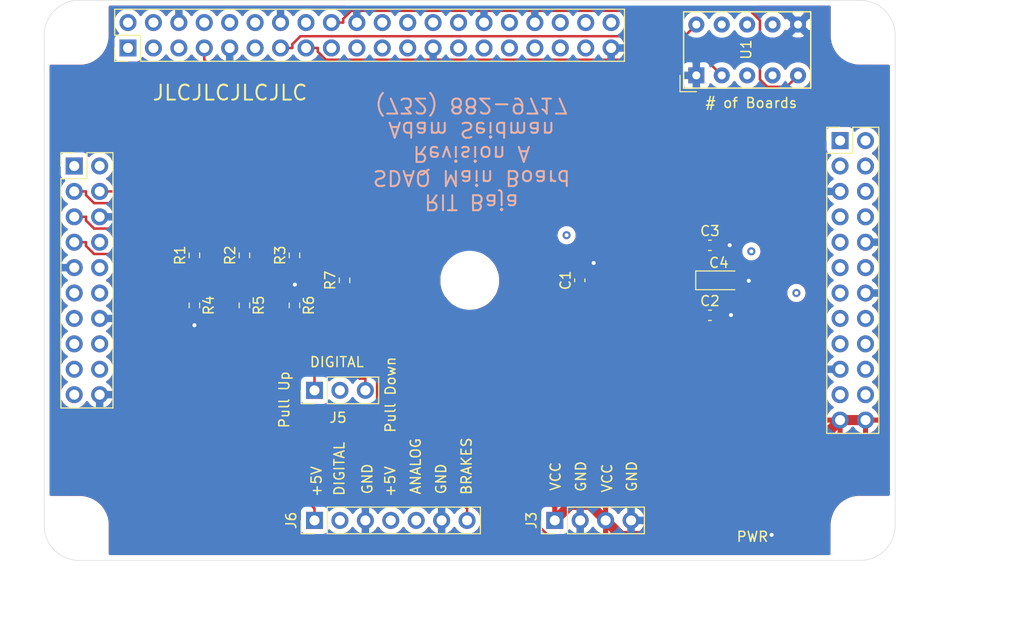
<source format=kicad_pcb>
(kicad_pcb (version 20171130) (host pcbnew "(5.1.10)-1")
  (layers (0 F.Cu signal hide) (1 In1.Cu signal hide) (2 In2.Cu signal hide) (31 B.Cu signal hide) (34 B.Paste user) (35 F.Paste user) (36 B.SilkS user) (37 F.SilkS user) (38 B.Mask user) (39 F.Mask user) (44 Edge.Cuts user))
  (net 0 "")
  (net 1 /vcc)
  (net 2 /gnd)
  (net 3 /5v)
  (net 4 "Net-(D1-Pad2)")
  (net 5 /3v3)
  (net 6 /sda2)
  (net 7 /scl2)
  (net 8 /gpio1)
  (net 9 /uart_tx)
  (net 10 /uart_rx)
  (net 11 /spi2_ce1)
  (net 12 /spi2_ce0)
  (net 13 /gpio11)
  (net 14 /gpio6)
  (net 15 /gpio7)
  (net 16 /gpio8)
  (net 17 /mosi)
  (net 18 /miso)
  (net 19 /gpio9)
  (net 20 /sclk)
  (net 21 /spi_ce0)
  (net 22 /spi_ce1)
  (net 23 /sda)
  (net 24 /scl)
  (net 25 /analog_in)
  (net 26 /dig_in)
  (net 27 /gpio4)
  (net 28 /gpio5)
  (net 29 /miso2_pwm)
  (net 30 /reset)
  (net 31 /gpio10)
  (net 32 /miso2)
  (net 33 /sclk2)
  (net 34 "Net-(J2-Pad21)")
  (net 35 /brakes)
  (net 36 "Net-(J5-Pad1)")
  (net 37 "Net-(J5-Pad3)")
  (module "Custom Footprints:LED_0805_2012Metric" (layer F.Cu) (at 235 123.5)
    (fp_text reference D1)
    (fp_text value LED)
    (pad 2 smd roundrect (at 0.9375 0) (size 0.975 1.4) (layers F.Cu F.Paste F.Mask) (net 4 "Net-(D1-Pad2)"))
    (pad 1 smd roundrect (at -0.9375 0) (size 0.975 1.4) (layers F.Cu F.Paste F.Mask) (net 2 /gnd))
  )
  (module Capacitor_SMD:C_0603_1608Metric (layer F.Cu) (at 213.5 98 90)
    (fp_text reference C1 (at 0 -1.43 90) (layer F.SilkS))
    (fp_text value 0.1uF)
    (fp_line (start -0.14058 0.51) (end 0.14058 0.51) (layer F.SilkS) (width 0.12))
    (fp_line (start -0.14058 -0.51) (end 0.14058 -0.51) (layer F.SilkS) (width 0.12))
    (pad 1 smd roundrect (at -0.775 0 90) (size 0.9 0.95) (layers F.Cu F.Paste F.Mask) (net 1 /vcc))
    (pad 2 smd roundrect (at 0.775 0 90) (size 0.9 0.95) (layers F.Cu F.Paste F.Mask) (net 2 /gnd))
  )
  (module Capacitor_SMD:C_0603_1608Metric (layer F.Cu) (at 226.5 101.5)
    (fp_text reference C2 (at 0 -1.43) (layer F.SilkS))
    (fp_text value 1uF)
    (fp_line (start -0.14058 -0.51) (end 0.14058 -0.51) (layer F.SilkS) (width 0.12))
    (fp_line (start -0.14058 0.51) (end 0.14058 0.51) (layer F.SilkS) (width 0.12))
    (pad 2 smd roundrect (at 0.775 0) (size 0.9 0.95) (layers F.Cu F.Paste F.Mask) (net 2 /gnd))
    (pad 1 smd roundrect (at -0.775 0) (size 0.9 0.95) (layers F.Cu F.Paste F.Mask) (net 3 /5v))
  )
  (module Capacitor_SMD:C_0603_1608Metric (layer F.Cu) (at 226.5 94.5)
    (fp_text reference C3 (at 0 -1.43) (layer F.SilkS))
    (fp_text value 1uF_cpu)
    (fp_line (start -0.14058 0.51) (end 0.14058 0.51) (layer F.SilkS) (width 0.12))
    (fp_line (start -0.14058 -0.51) (end 0.14058 -0.51) (layer F.SilkS) (width 0.12))
    (pad 1 smd roundrect (at -0.775 0) (size 0.9 0.95) (layers F.Cu F.Paste F.Mask) (net 3 /5v))
    (pad 2 smd roundrect (at 0.775 0) (size 0.9 0.95) (layers F.Cu F.Paste F.Mask) (net 2 /gnd))
  )
  (module Capacitor_Tantalum_SMD:CP_EIA-3216-18_Kemet-A (layer F.Cu) (at 227.39 98)
    (fp_text reference C4 (at 0 -1.75) (layer F.SilkS))
    (fp_text value 4.7uF_16V_cpu)
    (fp_line (start -2.31 0.935) (end 1.6 0.935) (layer F.SilkS) (width 0.12))
    (fp_line (start -2.31 -0.935) (end -2.31 0.935) (layer F.SilkS) (width 0.12))
    (fp_line (start 1.6 -0.935) (end -2.31 -0.935) (layer F.SilkS) (width 0.12))
    (pad 1 smd roundrect (at -1.35 0) (size 1.4 1.35) (layers F.Cu F.Paste F.Mask) (roundrect_rratio 0.1851844444444445) (net 3 /5v))
    (pad 2 smd roundrect (at 1.35 0) (size 1.4 1.35) (layers F.Cu F.Paste F.Mask) (roundrect_rratio 0.1851844444444445) (net 2 /gnd))
  )
  (module MountingHole:MountingHole_2.7mm_M2.5 (layer F.Cu) (at 241.5 73.5)
    (fp_text reference H1)
    (fp_text value MH1)
    (pad 1 np_thru_hole circle (at 0 0) (size 2.7 2.7) (drill 2.7) (layers *.Cu *.Mask))
  )
  (module MountingHole:MountingHole_2.7mm_M2.5 (layer F.Cu) (at 163.5 122.5)
    (fp_text reference H2)
    (fp_text value MH2)
    (pad 1 np_thru_hole circle (at 0 0) (size 2.7 2.7) (drill 2.7) (layers *.Cu *.Mask))
  )
  (module MountingHole:MountingHole_2.7mm_M2.5 (layer F.Cu) (at 163.5 73.5)
    (fp_text reference H3)
    (fp_text value MH3)
    (pad 1 np_thru_hole circle (at 0 0) (size 2.7 2.7) (drill 2.7) (layers *.Cu *.Mask))
  )
  (module MountingHole:MountingHole_2.7mm_M2.5 (layer F.Cu) (at 241.5 122.5)
    (fp_text reference H4)
    (fp_text value MH4)
    (pad 1 np_thru_hole circle (at 0 0) (size 2.7 2.7) (drill 2.7) (layers *.Cu *.Mask))
  )
  (module MountingHole:MountingHole_2.7mm_M2.5 (layer F.Cu) (at 202.5 98)
    (fp_text reference H5)
    (fp_text value MH_c)
    (pad 1 np_thru_hole circle (at 0 0) (size 2.7 2.7) (drill 2.7) (layers *.Cu *.Mask))
  )
  (module Connector_PinHeader_2.54mm:PinHeader_2x10_P2.54mm_Vertical (layer F.Cu) (at 163 86.57)
    (fp_text reference J1)
    (fp_text value Conn_02x10_Counter_Clockwise)
    (fp_line (start -1.33 -1.33) (end 0 -1.33) (layer F.SilkS) (width 0.12))
    (fp_line (start -1.33 0) (end -1.33 -1.33) (layer F.SilkS) (width 0.12))
    (fp_line (start 1.27 -1.33) (end 3.87 -1.33) (layer F.SilkS) (width 0.12))
    (fp_line (start 1.27 1.27) (end 1.27 -1.33) (layer F.SilkS) (width 0.12))
    (fp_line (start -1.33 1.27) (end 1.27 1.27) (layer F.SilkS) (width 0.12))
    (fp_line (start 3.87 -1.33) (end 3.87 24.19) (layer F.SilkS) (width 0.12))
    (fp_line (start -1.33 1.27) (end -1.33 24.19) (layer F.SilkS) (width 0.12))
    (fp_line (start -1.33 24.19) (end 3.87 24.19) (layer F.SilkS) (width 0.12))
    (pad 1 thru_hole rect (at 0 0) (size 1.7 1.7) (drill 1) (layers *.Cu *.Mask) (net 5 /3v3))
    (pad 2 thru_hole oval (at 2.54 0) (size 1.7 1.7) (drill 1) (layers *.Cu *.Mask) (net 3 /5v))
    (pad 3 thru_hole oval (at 0 2.54) (size 1.7 1.7) (drill 1) (layers *.Cu *.Mask) (net 6 /sda2))
    (pad 4 thru_hole oval (at 2.54 2.54) (size 1.7 1.7) (drill 1) (layers *.Cu *.Mask) (net 3 /5v))
    (pad 5 thru_hole oval (at 0 5.08) (size 1.7 1.7) (drill 1) (layers *.Cu *.Mask) (net 7 /scl2))
    (pad 6 thru_hole oval (at 2.54 5.08) (size 1.7 1.7) (drill 1) (layers *.Cu *.Mask) (net 2 /gnd))
    (pad 7 thru_hole oval (at 0 7.62) (size 1.7 1.7) (drill 1) (layers *.Cu *.Mask) (net 8 /gpio1))
    (pad 8 thru_hole oval (at 2.54 7.62) (size 1.7 1.7) (drill 1) (layers *.Cu *.Mask) (net 9 /uart_tx))
    (pad 9 thru_hole oval (at 0 10.16) (size 1.7 1.7) (drill 1) (layers *.Cu *.Mask) (net 2 /gnd))
    (pad 10 thru_hole oval (at 2.54 10.16) (size 1.7 1.7) (drill 1) (layers *.Cu *.Mask) (net 10 /uart_rx))
    (pad 11 thru_hole oval (at 0 12.7) (size 1.7 1.7) (drill 1) (layers *.Cu *.Mask) (net 11 /spi2_ce1))
    (pad 12 thru_hole oval (at 2.54 12.7) (size 1.7 1.7) (drill 1) (layers *.Cu *.Mask) (net 12 /spi2_ce0))
    (pad 13 thru_hole oval (at 0 15.24) (size 1.7 1.7) (drill 1) (layers *.Cu *.Mask) (net 13 /gpio11))
    (pad 14 thru_hole oval (at 2.54 15.24) (size 1.7 1.7) (drill 1) (layers *.Cu *.Mask) (net 2 /gnd))
    (pad 15 thru_hole oval (at 0 17.78) (size 1.7 1.7) (drill 1) (layers *.Cu *.Mask) (net 14 /gpio6))
    (pad 16 thru_hole oval (at 2.54 17.78) (size 1.7 1.7) (drill 1) (layers *.Cu *.Mask) (net 15 /gpio7))
    (pad 17 thru_hole oval (at 0 20.32) (size 1.7 1.7) (drill 1) (layers *.Cu *.Mask) (net 5 /3v3))
    (pad 18 thru_hole oval (at 2.54 20.32) (size 1.7 1.7) (drill 1) (layers *.Cu *.Mask) (net 16 /gpio8))
    (pad 19 thru_hole oval (at 0 22.86) (size 1.7 1.7) (drill 1) (layers *.Cu *.Mask) (net 17 /mosi))
    (pad 20 thru_hole oval (at 2.54 22.86) (size 1.7 1.7) (drill 1) (layers *.Cu *.Mask) (net 2 /gnd))
  )
  (module Connector_PinHeader_2.54mm:PinHeader_2x12_P2.54mm_Vertical (layer F.Cu) (at 239.5 84.03)
    (fp_text reference J2)
    (fp_text value Conn_02x12_Counter_Clockwise)
    (fp_line (start -1.33 -1.33) (end 0 -1.33) (layer F.SilkS) (width 0.12))
    (fp_line (start -1.33 0) (end -1.33 -1.33) (layer F.SilkS) (width 0.12))
    (fp_line (start 1.27 -1.33) (end 3.87 -1.33) (layer F.SilkS) (width 0.12))
    (fp_line (start 1.27 1.27) (end 1.27 -1.33) (layer F.SilkS) (width 0.12))
    (fp_line (start -1.33 1.27) (end 1.27 1.27) (layer F.SilkS) (width 0.12))
    (fp_line (start 3.87 -1.33) (end 3.87 29.27) (layer F.SilkS) (width 0.12))
    (fp_line (start -1.33 1.27) (end -1.33 29.27) (layer F.SilkS) (width 0.12))
    (fp_line (start -1.33 29.27) (end 3.87 29.27) (layer F.SilkS) (width 0.12))
    (pad 1 thru_hole rect (at 0 0) (size 1.7 1.7) (drill 1) (layers *.Cu *.Mask) (net 18 /miso))
    (pad 2 thru_hole oval (at 2.54 0) (size 1.7 1.7) (drill 1) (layers *.Cu *.Mask) (net 19 /gpio9))
    (pad 3 thru_hole oval (at 0 2.54) (size 1.7 1.7) (drill 1) (layers *.Cu *.Mask) (net 20 /sclk))
    (pad 4 thru_hole oval (at 2.54 2.54) (size 1.7 1.7) (drill 1) (layers *.Cu *.Mask) (net 21 /spi_ce0))
    (pad 5 thru_hole oval (at 0 5.08) (size 1.7 1.7) (drill 1) (layers *.Cu *.Mask) (net 2 /gnd))
    (pad 6 thru_hole oval (at 2.54 5.08) (size 1.7 1.7) (drill 1) (layers *.Cu *.Mask) (net 22 /spi_ce1))
    (pad 7 thru_hole oval (at 0 7.62) (size 1.7 1.7) (drill 1) (layers *.Cu *.Mask) (net 23 /sda))
    (pad 8 thru_hole oval (at 2.54 7.62) (size 1.7 1.7) (drill 1) (layers *.Cu *.Mask) (net 24 /scl))
    (pad 9 thru_hole oval (at 0 10.16) (size 1.7 1.7) (drill 1) (layers *.Cu *.Mask) (net 25 /analog_in))
    (pad 10 thru_hole oval (at 2.54 10.16) (size 1.7 1.7) (drill 1) (layers *.Cu *.Mask) (net 2 /gnd))
    (pad 11 thru_hole oval (at 0 12.7) (size 1.7 1.7) (drill 1) (layers *.Cu *.Mask) (net 26 /dig_in))
    (pad 12 thru_hole oval (at 2.54 12.7) (size 1.7 1.7) (drill 1) (layers *.Cu *.Mask) (net 27 /gpio4))
    (pad 13 thru_hole oval (at 0 15.24) (size 1.7 1.7) (drill 1) (layers *.Cu *.Mask) (net 28 /gpio5))
    (pad 14 thru_hole oval (at 2.54 15.24) (size 1.7 1.7) (drill 1) (layers *.Cu *.Mask) (net 2 /gnd))
    (pad 15 thru_hole oval (at 0 17.78) (size 1.7 1.7) (drill 1) (layers *.Cu *.Mask) (net 29 /miso2_pwm))
    (pad 16 thru_hole oval (at 2.54 17.78) (size 1.7 1.7) (drill 1) (layers *.Cu *.Mask) (net 30 /reset))
    (pad 17 thru_hole oval (at 0 20.32) (size 1.7 1.7) (drill 1) (layers *.Cu *.Mask) (net 31 /gpio10))
    (pad 18 thru_hole oval (at 2.54 20.32) (size 1.7 1.7) (drill 1) (layers *.Cu *.Mask) (net 32 /miso2))
    (pad 19 thru_hole oval (at 0 22.86) (size 1.7 1.7) (drill 1) (layers *.Cu *.Mask) (net 2 /gnd))
    (pad 20 thru_hole oval (at 2.54 22.86) (size 1.7 1.7) (drill 1) (layers *.Cu *.Mask) (net 33 /sclk2))
    (pad 21 thru_hole oval (at 0 25.4) (size 1.7 1.7) (drill 1) (layers *.Cu *.Mask) (net 34 "Net-(J2-Pad21)"))
    (pad 22 thru_hole oval (at 2.54 25.4) (size 1.7 1.7) (drill 1) (layers *.Cu *.Mask) (net 30 /reset))
    (pad 23 thru_hole oval (at 0 27.94) (size 1.7 1.7) (drill 1) (layers *.Cu *.Mask) (net 1 /vcc))
    (pad 24 thru_hole oval (at 2.54 27.94) (size 1.7 1.7) (drill 1) (layers *.Cu *.Mask) (net 1 /vcc))
  )
  (module Connector_PinHeader_2.54mm:PinHeader_1x04_P2.54mm_Vertical (layer F.Cu) (at 211 122 90)
    (fp_text reference J3 (at 0 -2.33 90) (layer F.SilkS))
    (fp_text value Screw_Terminal_01x04)
    (fp_line (start -1.33 -1.33) (end 0 -1.33) (layer F.SilkS) (width 0.12))
    (fp_line (start -1.33 0) (end -1.33 -1.33) (layer F.SilkS) (width 0.12))
    (fp_line (start -1.33 1.27) (end 1.33 1.27) (layer F.SilkS) (width 0.12))
    (fp_line (start 1.33 1.27) (end 1.33 8.95) (layer F.SilkS) (width 0.12))
    (fp_line (start -1.33 1.27) (end -1.33 8.95) (layer F.SilkS) (width 0.12))
    (fp_line (start -1.33 8.95) (end 1.33 8.95) (layer F.SilkS) (width 0.12))
    (pad 1 thru_hole rect (at 0 0 90) (size 1.7 1.7) (drill 1) (layers *.Cu *.Mask) (net 1 /vcc))
    (pad 2 thru_hole oval (at 0 2.54 90) (size 1.7 1.7) (drill 1) (layers *.Cu *.Mask) (net 2 /gnd))
    (pad 3 thru_hole oval (at 0 5.08 90) (size 1.7 1.7) (drill 1) (layers *.Cu *.Mask) (net 1 /vcc))
    (pad 4 thru_hole oval (at 0 7.62 90) (size 1.7 1.7) (drill 1) (layers *.Cu *.Mask) (net 2 /gnd))
  )
  (module Connector_PinHeader_2.54mm:PinHeader_2x20_P2.54mm_Vertical (layer F.Cu) (at 168.37 74.77 90)
    (fp_text reference J4)
    (fp_text value Conn_02x20_Odd_Even)
    (fp_line (start -1.33 -1.33) (end 0 -1.33) (layer F.SilkS) (width 0.12))
    (fp_line (start -1.33 0) (end -1.33 -1.33) (layer F.SilkS) (width 0.12))
    (fp_line (start 1.27 -1.33) (end 3.87 -1.33) (layer F.SilkS) (width 0.12))
    (fp_line (start 1.27 1.27) (end 1.27 -1.33) (layer F.SilkS) (width 0.12))
    (fp_line (start -1.33 1.27) (end 1.27 1.27) (layer F.SilkS) (width 0.12))
    (fp_line (start 3.87 -1.33) (end 3.87 49.59) (layer F.SilkS) (width 0.12))
    (fp_line (start -1.33 1.27) (end -1.33 49.59) (layer F.SilkS) (width 0.12))
    (fp_line (start -1.33 49.59) (end 3.87 49.59) (layer F.SilkS) (width 0.12))
    (pad 1 thru_hole rect (at 0 0 90) (size 1.7 1.7) (drill 1) (layers *.Cu *.Mask) (net 5 /3v3))
    (pad 2 thru_hole oval (at 2.54 0 90) (size 1.7 1.7) (drill 1) (layers *.Cu *.Mask) (net 3 /5v))
    (pad 3 thru_hole oval (at 0 2.54 90) (size 1.7 1.7) (drill 1) (layers *.Cu *.Mask) (net 6 /sda2))
    (pad 4 thru_hole oval (at 2.54 2.54 90) (size 1.7 1.7) (drill 1) (layers *.Cu *.Mask) (net 3 /5v))
    (pad 5 thru_hole oval (at 0 5.08 90) (size 1.7 1.7) (drill 1) (layers *.Cu *.Mask) (net 7 /scl2))
    (pad 6 thru_hole oval (at 2.54 5.08 90) (size 1.7 1.7) (drill 1) (layers *.Cu *.Mask) (net 2 /gnd))
    (pad 7 thru_hole oval (at 0 7.62 90) (size 1.7 1.7) (drill 1) (layers *.Cu *.Mask) (net 8 /gpio1))
    (pad 8 thru_hole oval (at 2.54 7.62 90) (size 1.7 1.7) (drill 1) (layers *.Cu *.Mask) (net 9 /uart_tx))
    (pad 9 thru_hole oval (at 0 10.16 90) (size 1.7 1.7) (drill 1) (layers *.Cu *.Mask) (net 2 /gnd))
    (pad 10 thru_hole oval (at 2.54 10.16 90) (size 1.7 1.7) (drill 1) (layers *.Cu *.Mask) (net 10 /uart_rx))
    (pad 11 thru_hole oval (at 0 12.7 90) (size 1.7 1.7) (drill 1) (layers *.Cu *.Mask) (net 11 /spi2_ce1))
    (pad 12 thru_hole oval (at 2.54 12.7 90) (size 1.7 1.7) (drill 1) (layers *.Cu *.Mask) (net 12 /spi2_ce0))
    (pad 13 thru_hole oval (at 0 15.24 90) (size 1.7 1.7) (drill 1) (layers *.Cu *.Mask) (net 13 /gpio11))
    (pad 14 thru_hole oval (at 2.54 15.24 90) (size 1.7 1.7) (drill 1) (layers *.Cu *.Mask) (net 2 /gnd))
    (pad 15 thru_hole oval (at 0 17.78 90) (size 1.7 1.7) (drill 1) (layers *.Cu *.Mask) (net 14 /gpio6))
    (pad 16 thru_hole oval (at 2.54 17.78 90) (size 1.7 1.7) (drill 1) (layers *.Cu *.Mask) (net 15 /gpio7))
    (pad 17 thru_hole oval (at 0 20.32 90) (size 1.7 1.7) (drill 1) (layers *.Cu *.Mask) (net 5 /3v3))
    (pad 18 thru_hole oval (at 2.54 20.32 90) (size 1.7 1.7) (drill 1) (layers *.Cu *.Mask) (net 16 /gpio8))
    (pad 19 thru_hole oval (at 0 22.86 90) (size 1.7 1.7) (drill 1) (layers *.Cu *.Mask) (net 17 /mosi))
    (pad 20 thru_hole oval (at 2.54 22.86 90) (size 1.7 1.7) (drill 1) (layers *.Cu *.Mask) (net 2 /gnd))
    (pad 21 thru_hole oval (at 0 25.4 90) (size 1.7 1.7) (drill 1) (layers *.Cu *.Mask) (net 18 /miso))
    (pad 22 thru_hole oval (at 2.54 25.4 90) (size 1.7 1.7) (drill 1) (layers *.Cu *.Mask) (net 19 /gpio9))
    (pad 23 thru_hole oval (at 0 27.94 90) (size 1.7 1.7) (drill 1) (layers *.Cu *.Mask) (net 20 /sclk))
    (pad 24 thru_hole oval (at 2.54 27.94 90) (size 1.7 1.7) (drill 1) (layers *.Cu *.Mask) (net 21 /spi_ce0))
    (pad 25 thru_hole oval (at 0 30.48 90) (size 1.7 1.7) (drill 1) (layers *.Cu *.Mask) (net 2 /gnd))
    (pad 26 thru_hole oval (at 2.54 30.48 90) (size 1.7 1.7) (drill 1) (layers *.Cu *.Mask) (net 22 /spi_ce1))
    (pad 27 thru_hole oval (at 0 33.02 90) (size 1.7 1.7) (drill 1) (layers *.Cu *.Mask) (net 23 /sda))
    (pad 28 thru_hole oval (at 2.54 33.02 90) (size 1.7 1.7) (drill 1) (layers *.Cu *.Mask) (net 24 /scl))
    (pad 29 thru_hole oval (at 0 35.56 90) (size 1.7 1.7) (drill 1) (layers *.Cu *.Mask) (net 25 /analog_in))
    (pad 30 thru_hole oval (at 2.54 35.56 90) (size 1.7 1.7) (drill 1) (layers *.Cu *.Mask) (net 2 /gnd))
    (pad 31 thru_hole oval (at 0 38.1 90) (size 1.7 1.7) (drill 1) (layers *.Cu *.Mask) (net 26 /dig_in))
    (pad 32 thru_hole oval (at 2.54 38.1 90) (size 1.7 1.7) (drill 1) (layers *.Cu *.Mask) (net 27 /gpio4))
    (pad 33 thru_hole oval (at 0 40.64 90) (size 1.7 1.7) (drill 1) (layers *.Cu *.Mask) (net 28 /gpio5))
    (pad 34 thru_hole oval (at 2.54 40.64 90) (size 1.7 1.7) (drill 1) (layers *.Cu *.Mask) (net 2 /gnd))
    (pad 35 thru_hole oval (at 0 43.18 90) (size 1.7 1.7) (drill 1) (layers *.Cu *.Mask) (net 29 /miso2_pwm))
    (pad 36 thru_hole oval (at 2.54 43.18 90) (size 1.7 1.7) (drill 1) (layers *.Cu *.Mask) (net 30 /reset))
    (pad 37 thru_hole oval (at 0 45.72 90) (size 1.7 1.7) (drill 1) (layers *.Cu *.Mask) (net 31 /gpio10))
    (pad 38 thru_hole oval (at 2.54 45.72 90) (size 1.7 1.7) (drill 1) (layers *.Cu *.Mask) (net 32 /miso2))
    (pad 39 thru_hole oval (at 0 48.26 90) (size 1.7 1.7) (drill 1) (layers *.Cu *.Mask) (net 2 /gnd))
    (pad 40 thru_hole oval (at 2.54 48.26 90) (size 1.7 1.7) (drill 1) (layers *.Cu *.Mask) (net 33 /sclk2))
  )
  (module Connector_PinHeader_2.54mm:PinHeader_1x03_P2.54mm_Vertical (layer F.Cu) (at 187 109 90)
    (fp_text reference J5 (at -2.73 2.35 180) (layer F.SilkS))
    (fp_text value Conn_01x03_Male)
    (fp_line (start -1.33 -1.33) (end 0 -1.33) (layer F.SilkS) (width 0.12))
    (fp_line (start -1.33 0) (end -1.33 -1.33) (layer F.SilkS) (width 0.12))
    (fp_line (start -1.33 1.27) (end 1.33 1.27) (layer F.SilkS) (width 0.12))
    (fp_line (start 1.33 1.27) (end 1.33 6.41) (layer F.SilkS) (width 0.12))
    (fp_line (start -1.33 1.27) (end -1.33 6.41) (layer F.SilkS) (width 0.12))
    (fp_line (start -1.33 6.41) (end 1.33 6.41) (layer F.SilkS) (width 0.12))
    (pad 1 thru_hole rect (at 0 0 90) (size 1.7 1.7) (drill 1) (layers *.Cu *.Mask) (net 36 "Net-(J5-Pad1)"))
    (pad 2 thru_hole oval (at 0 2.54 90) (size 1.7 1.7) (drill 1) (layers *.Cu *.Mask) (net 26 /dig_in))
    (pad 3 thru_hole oval (at 0 5.08 90) (size 1.7 1.7) (drill 1) (layers *.Cu *.Mask) (net 37 "Net-(J5-Pad3)"))
  )
  (module Connector_PinHeader_2.54mm:PinHeader_1x07_P2.54mm_Vertical (layer F.Cu) (at 187 122 90)
    (fp_text reference J6 (at 0 -2.33 90) (layer F.SilkS))
    (fp_text value Screw_Terminal_01x07)
    (fp_line (start -1.33 -1.33) (end 0 -1.33) (layer F.SilkS) (width 0.12))
    (fp_line (start -1.33 0) (end -1.33 -1.33) (layer F.SilkS) (width 0.12))
    (fp_line (start -1.33 1.27) (end 1.33 1.27) (layer F.SilkS) (width 0.12))
    (fp_line (start 1.33 1.27) (end 1.33 16.57) (layer F.SilkS) (width 0.12))
    (fp_line (start -1.33 1.27) (end -1.33 16.57) (layer F.SilkS) (width 0.12))
    (fp_line (start -1.33 16.57) (end 1.33 16.57) (layer F.SilkS) (width 0.12))
    (pad 1 thru_hole rect (at 0 0 90) (size 1.7 1.7) (drill 1) (layers *.Cu *.Mask) (net 3 /5v))
    (pad 2 thru_hole oval (at 0 2.54 90) (size 1.7 1.7) (drill 1) (layers *.Cu *.Mask) (net 26 /dig_in))
    (pad 3 thru_hole oval (at 0 5.08 90) (size 1.7 1.7) (drill 1) (layers *.Cu *.Mask) (net 2 /gnd))
    (pad 4 thru_hole oval (at 0 7.62 90) (size 1.7 1.7) (drill 1) (layers *.Cu *.Mask) (net 3 /5v))
    (pad 5 thru_hole oval (at 0 10.16 90) (size 1.7 1.7) (drill 1) (layers *.Cu *.Mask) (net 25 /analog_in))
    (pad 6 thru_hole oval (at 0 12.7 90) (size 1.7 1.7) (drill 1) (layers *.Cu *.Mask) (net 2 /gnd))
    (pad 7 thru_hole oval (at 0 15.24 90) (size 1.7 1.7) (drill 1) (layers *.Cu *.Mask) (net 35 /brakes))
  )
  (module Resistor_SMD:R_0603_1608Metric (layer F.Cu) (at 175 95.5 90)
    (fp_text reference R1 (at 0 -1.43 90) (layer F.SilkS))
    (fp_text value 4.7k)
    (fp_line (start -0.237258 0.5225) (end 0.237258 0.5225) (layer F.SilkS) (width 0.12))
    (fp_line (start -0.237258 -0.5225) (end 0.237258 -0.5225) (layer F.SilkS) (width 0.12))
    (pad 1 smd roundrect (at -0.825 0 90) (size 0.8 0.95) (layers F.Cu F.Paste F.Mask) (net 3 /5v))
    (pad 2 smd roundrect (at 0.825 0 90) (size 0.8 0.95) (layers F.Cu F.Paste F.Mask) (net 6 /sda2))
  )
  (module Resistor_SMD:R_0603_1608Metric (layer F.Cu) (at 180 95.5 90)
    (fp_text reference R2 (at 0 -1.43 90) (layer F.SilkS))
    (fp_text value 4.7k)
    (fp_line (start -0.237258 -0.5225) (end 0.237258 -0.5225) (layer F.SilkS) (width 0.12))
    (fp_line (start -0.237258 0.5225) (end 0.237258 0.5225) (layer F.SilkS) (width 0.12))
    (pad 2 smd roundrect (at 0.825 0 90) (size 0.8 0.95) (layers F.Cu F.Paste F.Mask) (net 3 /5v))
    (pad 1 smd roundrect (at -0.825 0 90) (size 0.8 0.95) (layers F.Cu F.Paste F.Mask) (net 7 /scl2))
  )
  (module Resistor_SMD:R_0603_1608Metric (layer F.Cu) (at 185 95.5 90)
    (fp_text reference R3 (at 0 -1.43 90) (layer F.SilkS))
    (fp_text value R_US)
    (fp_line (start -0.237258 0.5225) (end 0.237258 0.5225) (layer F.SilkS) (width 0.12))
    (fp_line (start -0.237258 -0.5225) (end 0.237258 -0.5225) (layer F.SilkS) (width 0.12))
    (pad 1 smd roundrect (at -0.825 0 90) (size 0.8 0.95) (layers F.Cu F.Paste F.Mask) (net 35 /brakes))
    (pad 2 smd roundrect (at 0.825 0 90) (size 0.8 0.95) (layers F.Cu F.Paste F.Mask) (net 8 /gpio1))
  )
  (module Resistor_SMD:R_0603_1608Metric (layer F.Cu) (at 175 100.5 270)
    (fp_text reference R4 (at 0 -1.43 90) (layer F.SilkS))
    (fp_text value R_US)
    (fp_line (start -0.237258 -0.5225) (end 0.237258 -0.5225) (layer F.SilkS) (width 0.12))
    (fp_line (start -0.237258 0.5225) (end 0.237258 0.5225) (layer F.SilkS) (width 0.12))
    (pad 2 smd roundrect (at 0.825 0 270) (size 0.8 0.95) (layers F.Cu F.Paste F.Mask) (net 2 /gnd))
    (pad 1 smd roundrect (at -0.825 0 270) (size 0.8 0.95) (layers F.Cu F.Paste F.Mask) (net 8 /gpio1))
  )
  (module Resistor_SMD:R_0603_1608Metric (layer F.Cu) (at 180 100.5 270)
    (fp_text reference R5 (at 0 -1.43 90) (layer F.SilkS))
    (fp_text value R_US)
    (fp_line (start -0.237258 0.5225) (end 0.237258 0.5225) (layer F.SilkS) (width 0.12))
    (fp_line (start -0.237258 -0.5225) (end 0.237258 -0.5225) (layer F.SilkS) (width 0.12))
    (pad 1 smd roundrect (at -0.825 0 270) (size 0.8 0.95) (layers F.Cu F.Paste F.Mask) (net 36 "Net-(J5-Pad1)"))
    (pad 2 smd roundrect (at 0.825 0 270) (size 0.8 0.95) (layers F.Cu F.Paste F.Mask) (net 3 /5v))
  )
  (module Resistor_SMD:R_0603_1608Metric (layer F.Cu) (at 185 100.5 270)
    (fp_text reference R6 (at 0 -1.43 90) (layer F.SilkS))
    (fp_text value R_US)
    (fp_line (start -0.237258 0.5225) (end 0.237258 0.5225) (layer F.SilkS) (width 0.12))
    (fp_line (start -0.237258 -0.5225) (end 0.237258 -0.5225) (layer F.SilkS) (width 0.12))
    (pad 1 smd roundrect (at -0.825 0 270) (size 0.8 0.95) (layers F.Cu F.Paste F.Mask) (net 2 /gnd))
    (pad 2 smd roundrect (at 0.825 0 270) (size 0.8 0.95) (layers F.Cu F.Paste F.Mask) (net 37 "Net-(J5-Pad3)"))
  )
  (module Resistor_SMD:R_0603_1608Metric (layer F.Cu) (at 190 98 90)
    (fp_text reference R7 (at 0 -1.43 90) (layer F.SilkS))
    (fp_text value 350?)
    (fp_line (start -0.237258 0.5225) (end 0.237258 0.5225) (layer F.SilkS) (width 0.12))
    (fp_line (start -0.237258 -0.5225) (end 0.237258 -0.5225) (layer F.SilkS) (width 0.12))
    (pad 1 smd roundrect (at -0.825 0 90) (size 0.8 0.95) (layers F.Cu F.Paste F.Mask) (net 1 /vcc))
    (pad 2 smd roundrect (at 0.825 0 90) (size 0.8 0.95) (layers F.Cu F.Paste F.Mask) (net 4 "Net-(D1-Pad2)"))
  )
  (module Display_7Segment:HDSP-7401 (layer F.Cu) (at 225.14 77.51 90)
    (fp_text reference U1 (at 2.58 4.984 90) (layer F.SilkS))
    (fp_text value HDSP-7403)
    (fp_line (start -1.63 -1.63) (end 0 -1.63) (layer F.SilkS) (width 0.12))
    (fp_line (start -1.63 0) (end -1.63 -1.63) (layer F.SilkS) (width 0.12))
    (fp_line (start 6.35 -1.27) (end -1.27 -1.27) (layer F.SilkS) (width 0.15))
    (fp_line (start -1.27 -1.27) (end -1.27 11.43) (layer F.SilkS) (width 0.15))
    (fp_line (start -1.27 11.43) (end 6.35 11.43) (layer F.SilkS) (width 0.15))
    (fp_line (start 6.35 11.43) (end 6.35 -1.27) (layer F.SilkS) (width 0.15))
    (pad 1 thru_hole rect (at 0 0 90) (size 1.6 1.6) (drill 0.8) (layers *.Cu *.Mask) (net 2 /gnd))
    (pad 2 thru_hole circle (at 0 2.54 90) (size 1.6 1.6) (drill 0.8) (layers *.Cu *.Mask) (net 14 /gpio6))
    (pad 3 thru_hole circle (at 0 5.08 90) (size 1.6 1.6) (drill 0.8) (layers *.Cu *.Mask) (net 28 /gpio5))
    (pad 4 thru_hole circle (at 0 7.62 90) (size 1.6 1.6) (drill 0.8) (layers *.Cu *.Mask) (net 15 /gpio7))
    (pad 5 thru_hole circle (at 0 10.16 90) (size 1.6 1.6) (drill 0.8) (layers *.Cu *.Mask) (net 16 /gpio8))
    (pad 6 thru_hole circle (at 5.08 10.16 90) (size 1.6 1.6) (drill 0.8) (layers *.Cu *.Mask) (net 2 /gnd))
    (pad 7 thru_hole circle (at 5.08 7.62 90) (size 1.6 1.6) (drill 0.8) (layers *.Cu *.Mask) (net 27 /gpio4))
    (pad 8 thru_hole circle (at 5.08 5.08 90) (size 1.6 1.6) (drill 0.8) (layers *.Cu *.Mask) (net 19 /gpio9))
    (pad 9 thru_hole circle (at 5.08 2.54 90) (size 1.6 1.6) (drill 0.8) (layers *.Cu *.Mask) (net 31 /gpio10))
    (pad 10 thru_hole circle (at 5.08 0 90) (size 1.6 1.6) (drill 0.8) (layers *.Cu *.Mask) (net 13 /gpio11))
  )
  (module LM1117IMPX-5:SOT230P700X180-4N (layer F.Cu) (at 219.74 98)
    (fp_text reference VR1 hide)
    (fp_text value LM1117IMPX-5.0 hide)
    (pad 1 smd rect (at -3.085 -2.3) (size 1.84 0.93) (layers F.Cu F.Paste F.Mask) (net 2 /gnd))
    (pad 2 smd rect (at -3.085 0) (size 1.84 0.93) (layers F.Cu F.Paste F.Mask) (net 3 /5v))
    (pad 3 smd rect (at -3.085 2.3) (size 1.84 0.93) (layers F.Cu F.Paste F.Mask) (net 1 /vcc))
    (pad 4 smd rect (at 3.085 0) (size 1.84 3.19) (layers F.Cu F.Paste F.Mask) (net 3 /5v))
  )
  (gr_text "# of Boards" (at 230.632 80.264) (layer F.SilkS) (effects (font (size 1 1))))
  (gr_text DIGITAL (at 189.23 106.172) (layer F.SilkS) (effects (font (size 1 1))))
  (gr_text VCC (at 216.228 117.776 90) (layer F.SilkS) (effects (font (size 1 1))))
  (gr_text VCC (at 211.074 117.602 90) (layer F.SilkS) (effects (font (size 1 1))))
  (gr_text BRAKES (at 202.184 116.586 90) (layer F.SilkS) (effects (font (size 1 1))))
  (gr_text ANALOG (at 197.104 116.586 90) (layer F.SilkS) (effects (font (size 1 1))))
  (gr_text DIGITAL (at 189.484 116.84 90) (layer F.SilkS) (effects (font (size 1 1))))
  (gr_text GND (at 218.694 117.602 90) (layer F.SilkS) (effects (font (size 1 1))))
  (gr_text GND (at 213.614 117.602 90) (layer F.SilkS) (effects (font (size 1 1))))
  (gr_text GND (at 199.644 117.856 90) (layer F.SilkS) (effects (font (size 1 1))))
  (gr_text GND (at 192.278 117.856 90) (layer F.SilkS) (effects (font (size 1 1))))
  (gr_text +5V (at 194.564 118.11 90) (layer F.SilkS) (effects (font (size 1 1))))
  (gr_text +5V (at 187.198 118.11 90) (layer F.SilkS) (effects (font (size 1 1))))
  (gr_text JLCJLCJLCJLC (at 178.562 79.248) (layer F.SilkS) (effects (font (size 1.5 1.5) (thickness 0.2))))
  (gr_text "RIT Baja\nSDAQ Main Board\nRevision A\nAdam Seidman\n(732) 882-9717" (at 202.692 85.344 180) (layer B.SilkS) (effects (font (size 1.5 1.5) (thickness 0.2)) (justify mirror)))
  (gr_arc (start 163.5 73.5) (end 163.5 70) (angle -90) (layer Edge.Cuts) (width 0.05))
  (gr_arc (start 163.5 122.5) (end 160 122.5) (angle -90) (layer Edge.Cuts) (width 0.05))
  (gr_arc (start 241.5 122.5) (end 245 122.5) (angle 90) (layer Edge.Cuts) (width 0.05))
  (gr_arc (start 241.5 73.5) (end 241.5 70) (angle 90) (layer Edge.Cuts) (width 0.05))
  (gr_text PWR (at 230.75 123.63) (layer F.SilkS) (effects (font (size 1 1))))
  (gr_text "Pull Down" (at 194.59 109.436 90) (layer F.SilkS) (effects (font (size 1 1))))
  (gr_text "Pull Up" (at 183.98 109.936 90) (layer F.SilkS) (effects (font (size 1 1))))
  (gr_line (start 160 122.5) (end 160 73.5) (layer Edge.Cuts) (width 0.05))
  (gr_line (start 163.5 126) (end 241.5 126) (layer Edge.Cuts) (width 0.05))
  (gr_line (start 245 73.5) (end 245 122.5) (layer Edge.Cuts) (width 0.05))
  (gr_line (start 163.5 70) (end 241.5 70) (layer Edge.Cuts) (width 0.05))
  (segment (start 216.655 100.3) (end 215.025 100.3) (width 1.016) (layer F.Cu) (net 1))
  (segment (start 215.025 100.3) (end 213.5 98.775) (width 1.016) (layer F.Cu) (net 1))
  (segment (start 242.04 111.97) (end 239.5 111.97) (width 1.016) (layer F.Cu) (net 1))
  (segment (start 216.08 122) (end 217.638 123.558) (width 1.016) (layer F.Cu) (net 1))
  (segment (start 217.638 123.558) (end 227.912 123.558) (width 1.016) (layer F.Cu) (net 1))
  (segment (start 227.912 123.558) (end 239.5 111.97) (width 1.016) (layer F.Cu) (net 1))
  (segment (start 211 122) (end 212.558 120.442) (width 1.016) (layer F.Cu) (net 1))
  (segment (start 212.558 120.442) (end 214.522 120.442) (width 1.016) (layer F.Cu) (net 1))
  (segment (start 214.522 120.442) (end 216.08 122) (width 1.016) (layer F.Cu) (net 1))
  (segment (start 234.034 123.472) (end 234.0345 123.472) (width 0.25) (layer F.Cu) (net 2))
  (segment (start 234.0345 123.472) (end 234.0625 123.5) (width 0.25) (layer F.Cu) (net 2))
  (segment (start 234.034 123.472) (end 234.062 123.5) (width 1.016) (layer F.Cu) (net 2))
  (segment (start 232.664 123.444) (end 234.006 123.444) (width 1.016) (layer F.Cu) (net 2))
  (segment (start 234.006 123.444) (end 234.034 123.472) (width 1.016) (layer F.Cu) (net 2))
  (segment (start 175.006 102.489) (end 175.006 101.331) (width 1.016) (layer F.Cu) (net 2))
  (segment (start 175.006 101.331) (end 175 101.325) (width 1.016) (layer F.Cu) (net 2))
  (segment (start 185 99.675) (end 185 98.464) (width 1.016) (layer F.Cu) (net 2))
  (segment (start 185 98.464) (end 185.039 98.425) (width 1.016) (layer F.Cu) (net 2))
  (segment (start 213.5 97.225) (end 213.925 97.225) (width 1.016) (layer F.Cu) (net 2))
  (segment (start 213.925 97.225) (end 214.884 96.266) (width 1.016) (layer F.Cu) (net 2))
  (segment (start 214.884 96.266) (end 216.089 96.266) (width 1.016) (layer F.Cu) (net 2))
  (segment (start 216.089 96.266) (end 216.655 95.7) (width 1.016) (layer F.Cu) (net 2))
  (segment (start 228.473 94.488) (end 227.287 94.488) (width 1.016) (layer F.Cu) (net 2))
  (segment (start 227.287 94.488) (end 227.275 94.5) (width 1.016) (layer F.Cu) (net 2))
  (segment (start 227.275 101.5) (end 228.573 101.5) (width 1.016) (layer F.Cu) (net 2))
  (segment (start 228.573 101.5) (end 228.6 101.473) (width 1.016) (layer F.Cu) (net 2))
  (segment (start 230.378 98.044) (end 228.784 98.044) (width 1.016) (layer F.Cu) (net 2))
  (segment (start 228.784 98.044) (end 228.74 98) (width 1.016) (layer F.Cu) (net 2))
  (via (at 175.006 102.489) (size 0.8) (layers F.Cu B.Cu) (net 2))
  (via (at 185.039 98.425) (size 0.8) (layers F.Cu B.Cu) (net 2))
  (via (at 214.884 96.266) (size 0.8) (layers F.Cu B.Cu) (net 2))
  (via (at 228.473 94.488) (size 0.8) (layers F.Cu B.Cu) (net 2))
  (via (at 228.6 101.473) (size 0.8) (layers F.Cu B.Cu) (net 2))
  (via (at 230.378 98.044) (size 0.8) (layers F.Cu B.Cu) (net 2))
  (via (at 232.664 123.444) (size 0.8) (layers F.Cu B.Cu) (net 2))
  (segment (start 180.8476 95.4159) (end 180.7409 95.4159) (width 0.25) (layer F.Cu) (net 3))
  (segment (start 180.7409 95.4159) (end 180 94.675) (width 0.25) (layer F.Cu) (net 3))
  (segment (start 218.0204 97.8799) (end 218.0204 95.1695) (width 0.25) (layer F.Cu) (net 3))
  (segment (start 218.0204 95.1695) (end 217.5603 94.7094) (width 0.25) (layer F.Cu) (net 3))
  (segment (start 217.5603 94.7094) (end 190.6537 94.7094) (width 0.25) (layer F.Cu) (net 3))
  (segment (start 190.6537 94.7094) (end 189.9472 95.4159) (width 0.25) (layer F.Cu) (net 3))
  (segment (start 189.9472 95.4159) (end 180.8476 95.4159) (width 0.25) (layer F.Cu) (net 3))
  (segment (start 180.8476 95.4159) (end 180.8476 97.0683) (width 0.25) (layer F.Cu) (net 3))
  (segment (start 180.8476 97.0683) (end 179.1917 98.7242) (width 0.25) (layer F.Cu) (net 3))
  (segment (start 179.1917 98.7242) (end 179.1917 100.5167) (width 0.25) (layer F.Cu) (net 3))
  (segment (start 179.1917 100.5167) (end 180 101.325) (width 0.25) (layer F.Cu) (net 3))
  (segment (start 179.1917 98.7242) (end 177.3992 98.7242) (width 0.25) (layer F.Cu) (net 3))
  (segment (start 177.3992 98.7242) (end 175 96.325) (width 0.25) (layer F.Cu) (net 3))
  (segment (start 218.0204 97.8799) (end 217.9003 98) (width 0.25) (layer F.Cu) (net 3))
  (segment (start 222.825 97.8799) (end 218.0204 97.8799) (width 0.25) (layer F.Cu) (net 3))
  (segment (start 216.655 98) (end 217.9003 98) (width 0.25) (layer F.Cu) (net 3))
  (segment (start 222.825 97.8799) (end 222.825 97.7599) (width 0.25) (layer F.Cu) (net 3))
  (segment (start 222.825 98) (end 222.825 97.8799) (width 0.25) (layer F.Cu) (net 3))
  (segment (start 187 120.8247) (end 180 113.8247) (width 0.25) (layer F.Cu) (net 3))
  (segment (start 180 113.8247) (end 180 101.325) (width 0.25) (layer F.Cu) (net 3))
  (segment (start 225.725 97.7599) (end 225.7999 97.7599) (width 0.25) (layer F.Cu) (net 3))
  (segment (start 225.7999 97.7599) (end 226.04 98) (width 0.25) (layer F.Cu) (net 3))
  (segment (start 222.825 97.7599) (end 225.725 97.7599) (width 0.25) (layer F.Cu) (net 3))
  (segment (start 225.725 97.7599) (end 225.725 94.5) (width 0.25) (layer F.Cu) (net 3))
  (segment (start 165.54 89.11) (end 174.435 89.11) (width 0.25) (layer F.Cu) (net 3))
  (segment (start 174.435 89.11) (end 180 94.675) (width 0.25) (layer F.Cu) (net 3))
  (segment (start 187 122) (end 187 120.8247) (width 0.25) (layer F.Cu) (net 3))
  (segment (start 225.725 101.5) (end 226.04 101.185) (width 0.25) (layer F.Cu) (net 3))
  (segment (start 226.04 101.185) (end 226.04 98) (width 0.25) (layer F.Cu) (net 3))
  (segment (start 235.9375 123.5) (end 234.8996 124.5379) (width 0.25) (layer F.Cu) (net 4))
  (segment (start 234.8996 124.5379) (end 211.3774 124.5379) (width 0.25) (layer F.Cu) (net 4))
  (segment (start 211.3774 124.5379) (end 195.623 108.7835) (width 0.25) (layer F.Cu) (net 4))
  (segment (start 195.623 108.7835) (end 195.623 102.798) (width 0.25) (layer F.Cu) (net 4))
  (segment (start 195.623 102.798) (end 190 97.175) (width 0.25) (layer F.Cu) (net 4))
  (segment (start 163 89.11) (end 164.1753 89.11) (width 0.25) (layer F.Cu) (net 6))
  (segment (start 175 94.675) (end 170.6103 90.2853) (width 0.25) (layer F.Cu) (net 6))
  (segment (start 170.6103 90.2853) (end 164.9832 90.2853) (width 0.25) (layer F.Cu) (net 6))
  (segment (start 164.9832 90.2853) (end 164.1753 89.4774) (width 0.25) (layer F.Cu) (net 6))
  (segment (start 164.1753 89.4774) (end 164.1753 89.11) (width 0.25) (layer F.Cu) (net 6))
  (segment (start 163 91.65) (end 164.1753 91.65) (width 0.25) (layer F.Cu) (net 7))
  (segment (start 180 96.325) (end 179.2738 95.5988) (width 0.25) (layer F.Cu) (net 7))
  (segment (start 179.2738 95.5988) (end 173.3055 95.5988) (width 0.25) (layer F.Cu) (net 7))
  (segment (start 173.3055 95.5988) (end 170.532 92.8253) (width 0.25) (layer F.Cu) (net 7))
  (segment (start 170.532 92.8253) (end 164.9832 92.8253) (width 0.25) (layer F.Cu) (net 7))
  (segment (start 164.9832 92.8253) (end 164.1753 92.0174) (width 0.25) (layer F.Cu) (net 7))
  (segment (start 164.1753 92.0174) (end 164.1753 91.65) (width 0.25) (layer F.Cu) (net 7))
  (segment (start 163 94.19) (end 164.1753 94.19) (width 0.25) (layer F.Cu) (net 8))
  (segment (start 175 99.675) (end 170.6903 95.3653) (width 0.25) (layer F.Cu) (net 8))
  (segment (start 170.6903 95.3653) (end 164.9832 95.3653) (width 0.25) (layer F.Cu) (net 8))
  (segment (start 164.9832 95.3653) (end 164.1753 94.5574) (width 0.25) (layer F.Cu) (net 8))
  (segment (start 164.1753 94.5574) (end 164.1753 94.19) (width 0.25) (layer F.Cu) (net 8))
  (segment (start 175.99 74.77) (end 175.99 75.9453) (width 0.25) (layer F.Cu) (net 8))
  (segment (start 175.99 75.9453) (end 185 84.9553) (width 0.25) (layer F.Cu) (net 8))
  (segment (start 185 84.9553) (end 185 94.675) (width 0.25) (layer F.Cu) (net 8))
  (segment (start 183.61 74.77) (end 184.7853 74.77) (width 0.25) (layer F.Cu) (net 13))
  (segment (start 225.14 72.43) (end 223.9753 73.5947) (width 0.25) (layer F.Cu) (net 13))
  (segment (start 223.9753 73.5947) (end 185.5932 73.5947) (width 0.25) (layer F.Cu) (net 13))
  (segment (start 185.5932 73.5947) (end 184.7853 74.4026) (width 0.25) (layer F.Cu) (net 13))
  (segment (start 184.7853 74.4026) (end 184.7853 74.77) (width 0.25) (layer F.Cu) (net 13))
  (segment (start 186.15 74.77) (end 187.3253 74.77) (width 0.25) (layer F.Cu) (net 14))
  (segment (start 227.68 77.51) (end 226.1153 75.9453) (width 0.25) (layer F.Cu) (net 14))
  (segment (start 226.1153 75.9453) (end 188.1332 75.9453) (width 0.25) (layer F.Cu) (net 14))
  (segment (start 188.1332 75.9453) (end 187.3253 75.1374) (width 0.25) (layer F.Cu) (net 14))
  (segment (start 187.3253 75.1374) (end 187.3253 74.77) (width 0.25) (layer F.Cu) (net 14))
  (segment (start 188.69 72.23) (end 189.8653 72.23) (width 0.25) (layer F.Cu) (net 16))
  (segment (start 235.3 77.51) (end 234.1543 78.6557) (width 0.25) (layer F.Cu) (net 16))
  (segment (start 234.1543 78.6557) (end 232.2341 78.6557) (width 0.25) (layer F.Cu) (net 16))
  (segment (start 232.2341 78.6557) (end 231.49 77.9116) (width 0.25) (layer F.Cu) (net 16))
  (segment (start 231.49 77.9116) (end 231.49 72.0188) (width 0.25) (layer F.Cu) (net 16))
  (segment (start 231.49 72.0188) (end 230.5259 71.0547) (width 0.25) (layer F.Cu) (net 16))
  (segment (start 230.5259 71.0547) (end 190.6732 71.0547) (width 0.25) (layer F.Cu) (net 16))
  (segment (start 190.6732 71.0547) (end 189.8653 71.8626) (width 0.25) (layer F.Cu) (net 16))
  (segment (start 189.8653 71.8626) (end 189.8653 72.23) (width 0.25) (layer F.Cu) (net 16))
  (via (at 212.1828 93.4874) (size 0.8) (layers F.Cu B.Cu) (net 25))
  (via (at 230.6338 95.103) (size 0.8) (layers F.Cu B.Cu) (net 29))
  (via (at 235.1331 99.2642) (size 0.8) (layers F.Cu B.Cu) (net 32))
  (segment (start 202.24 122) (end 202.24 120.8247) (width 0.25) (layer F.Cu) (net 35))
  (segment (start 185 96.325) (end 193.2554 104.5804) (width 0.25) (layer F.Cu) (net 35))
  (segment (start 193.2554 104.5804) (end 193.2554 111.8401) (width 0.25) (layer F.Cu) (net 35))
  (segment (start 193.2554 111.8401) (end 202.24 120.8247) (width 0.25) (layer F.Cu) (net 35))
  (segment (start 187 109) (end 187 106.675) (width 0.25) (layer F.Cu) (net 36))
  (segment (start 187 106.675) (end 180 99.675) (width 0.25) (layer F.Cu) (net 36))
  (segment (start 192.08 109) (end 192.08 107.8247) (width 0.25) (layer F.Cu) (net 37))
  (segment (start 185 101.325) (end 191.4997 107.8247) (width 0.25) (layer F.Cu) (net 37))
  (segment (start 191.4997 107.8247) (end 192.08 107.8247) (width 0.25) (layer F.Cu) (net 37))
  (zone (net 2) (net_name /gnd) (layer B.Cu) (connect_pads (clearance 0.508)) (min_thickness 0.254) (fill yes (arc_segments 32) (thermal_gap 0.508) (thermal_bridge_width 0.75))
    (polygon (pts (xy 245.745 127) (xy 159.385 127) (xy 159.385 69.215) (xy 245.745 69.215)))
  )
  (zone (net 0) (net_name "") (layers F.Cu In1.Cu In2.Cu B.Cu) (connect_pads (clearance 0.508)) (min_thickness 0.254)
    (keepout (tracks not_allowed) (vias not_allowed) (copperpour not_allowed))
    (fill (arc_segments 32) (thermal_gap 0.508) (thermal_bridge_width 0.75))
    (polygon (pts (xy 246 76.45) (xy 241.51 76.44) (xy 241.39 76.44) (xy 241.23 76.43) (xy 240.99 76.4) (xy 240.86 76.37) (xy 240.67 76.32) (xy 240.52 76.27) (xy 240.33 76.2) (xy 240.21 76.15) (xy 240.03 76.05) (xy 239.87 75.96) (xy 239.75 75.87) (xy 239.64 75.79) (xy 239.58 75.74) (xy 239.52 75.68) (xy 239.45 75.62) (xy 239.33 75.5) (xy 239.22 75.38) (xy 239.18 75.33) (xy 239.13 75.25) (xy 239.06 75.15) (xy 238.97 75.01) (xy 238.84 74.78) (xy 238.78 74.64) (xy 238.74 74.54) (xy 238.7 74.42) (xy 238.65 74.29) (xy 238.63 74.17) (xy 238.61 74.08) (xy 238.6 74.01) (xy 238.58 73.9) (xy 238.56 73.76) (xy 238.56 68.89) (xy 246.42 68.89)))
  )
  (zone (net 0) (net_name "") (layers F.Cu In1.Cu In2.Cu B.Cu) (connect_pads (clearance 0.508)) (min_thickness 0.254)
    (keepout (tracks not_allowed) (vias not_allowed) (copperpour not_allowed))
    (fill (arc_segments 32) (thermal_gap 0.508) (thermal_bridge_width 0.75))
    (polygon (pts (xy 238.54 126.98) (xy 238.55 122.49) (xy 238.55 122.37) (xy 238.56 122.21) (xy 238.59 121.97) (xy 238.62 121.84) (xy 238.67 121.65) (xy 238.72 121.5) (xy 238.79 121.31) (xy 238.84 121.19) (xy 238.94 121.01) (xy 239.03 120.85) (xy 239.12 120.73) (xy 239.2 120.62) (xy 239.25 120.56) (xy 239.31 120.5) (xy 239.37 120.43) (xy 239.49 120.31) (xy 239.61 120.2) (xy 239.66 120.16) (xy 239.74 120.11) (xy 239.84 120.04) (xy 239.98 119.95) (xy 240.21 119.82) (xy 240.35 119.76) (xy 240.45 119.72) (xy 240.57 119.68) (xy 240.7 119.63) (xy 240.82 119.61) (xy 240.91 119.59) (xy 240.98 119.58) (xy 241.09 119.56) (xy 241.23 119.54) (xy 246.1 119.54) (xy 246.1 127.4)))
  )
  (zone (net 0) (net_name "") (layers F.Cu In1.Cu In2.Cu B.Cu) (connect_pads (clearance 0.508)) (min_thickness 0.254)
    (keepout (tracks not_allowed) (vias not_allowed) (copperpour not_allowed))
    (fill (arc_segments 32) (thermal_gap 0.508) (thermal_bridge_width 0.75))
    (polygon (pts (xy 159.01 119.54) (xy 163.5 119.55) (xy 163.62 119.55) (xy 163.78 119.56) (xy 164.02 119.59) (xy 164.15 119.62) (xy 164.34 119.67) (xy 164.49 119.72) (xy 164.68 119.79) (xy 164.8 119.84) (xy 164.98 119.94) (xy 165.14 120.03) (xy 165.26 120.12) (xy 165.37 120.2) (xy 165.43 120.25) (xy 165.49 120.31) (xy 165.56 120.37) (xy 165.68 120.49) (xy 165.79 120.61) (xy 165.83 120.66) (xy 165.88 120.74) (xy 165.95 120.84) (xy 166.04 120.98) (xy 166.17 121.21) (xy 166.23 121.35) (xy 166.27 121.45) (xy 166.31 121.57) (xy 166.36 121.7) (xy 166.38 121.82) (xy 166.4 121.91) (xy 166.41 121.98) (xy 166.43 122.09) (xy 166.45 122.23) (xy 166.45 127.1) (xy 158.59 127.1)))
  )
  (zone (net 0) (net_name "") (layers F.Cu In1.Cu In2.Cu B.Cu) (connect_pads (clearance 0.508)) (min_thickness 0.254)
    (keepout (tracks not_allowed) (vias not_allowed) (copperpour not_allowed))
    (fill (arc_segments 32) (thermal_gap 0.508) (thermal_bridge_width 0.75))
    (polygon (pts (xy 166.45 69.01) (xy 166.44 73.5) (xy 166.44 73.62) (xy 166.43 73.78) (xy 166.4 74.02) (xy 166.37 74.15) (xy 166.32 74.34) (xy 166.27 74.49) (xy 166.2 74.68) (xy 166.15 74.8) (xy 166.05 74.98) (xy 165.96 75.14) (xy 165.87 75.26) (xy 165.79 75.37) (xy 165.74 75.43) (xy 165.68 75.49) (xy 165.62 75.56) (xy 165.5 75.68) (xy 165.38 75.79) (xy 165.33 75.83) (xy 165.25 75.88) (xy 165.15 75.95) (xy 165.01 76.04) (xy 164.78 76.17) (xy 164.64 76.23) (xy 164.54 76.27) (xy 164.42 76.31) (xy 164.29 76.36) (xy 164.17 76.38) (xy 164.08 76.4) (xy 164.01 76.41) (xy 163.9 76.43) (xy 163.76 76.45) (xy 158.89 76.45) (xy 158.89 68.59)))
  )
  (zone (net 0) (net_name "") (layers F.Cu In1.Cu In2.Cu B.Cu) (connect_pads (clearance 0.508)) (min_thickness 0.254)
    (keepout (tracks not_allowed) (vias not_allowed) (copperpour not_allowed))
    (fill (arc_segments 32) (thermal_gap 0.508) (thermal_bridge_width 0.75))
    (polygon (pts (xy 202.9 95.075) (xy 203.15 95.125) (xy 203.45 95.2) (xy 203.65 95.275) (xy 203.875 95.375) (xy 204.35 95.7) (xy 204.55 95.875) (xy 204.725 96.075) (xy 204.85 96.225) (xy 204.975 96.4) (xy 205.125 96.65) (xy 205.2 96.825) (xy 205.325 97.175) (xy 205.4 97.45) (xy 205.425 97.6) (xy 205.45 97.85) (xy 205.45 98.225) (xy 205.425 98.45) (xy 205.35 98.8) (xy 205.275 99) (xy 205.225 99.15) (xy 205.15 99.325) (xy 205.05 99.5) (xy 204.9 99.725) (xy 204.65 100.025) (xy 204.375 100.3) (xy 204.275 100.375) (xy 204.05 100.525) (xy 203.85 100.625) (xy 203.625 100.725) (xy 203.35 100.825) (xy 203.2 100.875) (xy 202.875 100.925) (xy 202.55 100.95) (xy 202.075 100.925) (xy 201.825 100.875) (xy 201.65 100.825) (xy 201.35 100.725) (xy 201.1 100.6) (xy 200.775 100.4) (xy 200.625 100.275) (xy 200.375 100.025) (xy 200.1 99.7) (xy 200.025 99.6) (xy 199.95 99.475) (xy 199.9 99.375) (xy 199.825 99.25) (xy 199.75 99.05) (xy 199.7 98.925) (xy 199.65 98.75) (xy 199.575 98.375) (xy 199.575 97.65) (xy 199.6 97.475) (xy 199.65 97.25) (xy 199.675 97.15) (xy 199.725 97.025) (xy 199.8 96.825) (xy 199.85 96.7) (xy 199.9 96.6) (xy 200.125 96.275) (xy 200.325 96.025) (xy 200.6 95.75) (xy 200.725 95.65) (xy 201.025 95.45) (xy 201.2 95.35) (xy 201.6 95.2) (xy 201.75 95.15) (xy 201.95 95.1) (xy 202.3 95.05) (xy 202.65 95.05)))
  )
  (zone (net 1) (net_name /vcc) (layer F.Cu) (connect_pads (clearance 0.508)) (min_thickness 0.254) (fill yes (arc_segments 32) (thermal_gap 0.508) (thermal_bridge_width 0.508))
    (polygon (pts (xy 245.745 127) (xy 159.385 127) (xy 159.385 69.215) (xy 245.745 69.215)))
  )
)
</source>
